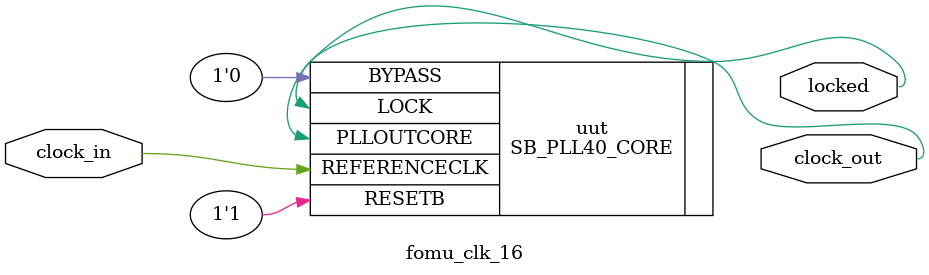
<source format=v>
/**
 * PLL configuration
 *
 * This Verilog module was generated automatically
 * using the icepll tool from the IceStorm project.
 * Use at your own risk.
 *
 * Given input frequency:        48.000 MHz
 * Requested output frequency:   16.000 MHz
 * Achieved output frequency:    16.000 MHz
 */

module fomu_clk_16(
	input  clock_in,
	output clock_out,
	output locked
	);

SB_PLL40_CORE #(
		.FEEDBACK_PATH("SIMPLE"),
		.DIVR(4'b0010),		// DIVR =  2
		.DIVF(7'b0111111),	// DIVF = 63
		.DIVQ(3'b110),		// DIVQ =  6
		.FILTER_RANGE(3'b001)	// FILTER_RANGE = 1
	) uut (
		.LOCK(locked),
		.RESETB(1'b1),
		.BYPASS(1'b0),
		.REFERENCECLK(clock_in),
		.PLLOUTCORE(clock_out)
		);

endmodule

</source>
